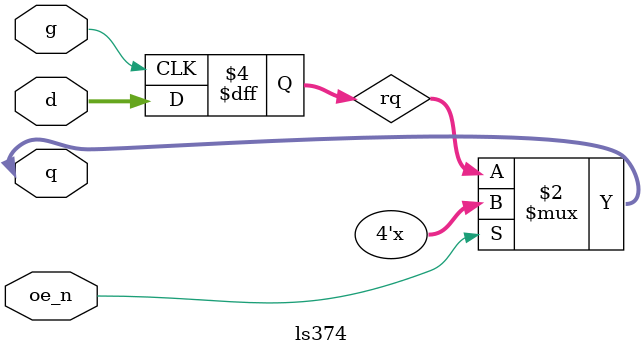
<source format=v>
/*
 * ls374:
 * d-type transparent latch
 */
module ls374(
	     d,
	     q,
	     g,
	     oe_n
	     );

   input [3:0]  d;
   inout tri [3:0] 	q;
   input 	g;
   input 	oe_n;

   wire 	oe;
   reg [3:0] 	rq;
   
   assign oe = ~oe_n;
   assign q = (oe) ? rq : 4'bzzzz;
   
   // D-Latch
   always @(posedge g) begin
      if(g) begin
	 rq <= d;
      end
      else begin
	 rq <= rq;
      end
   end

endmodule // ls374


</source>
